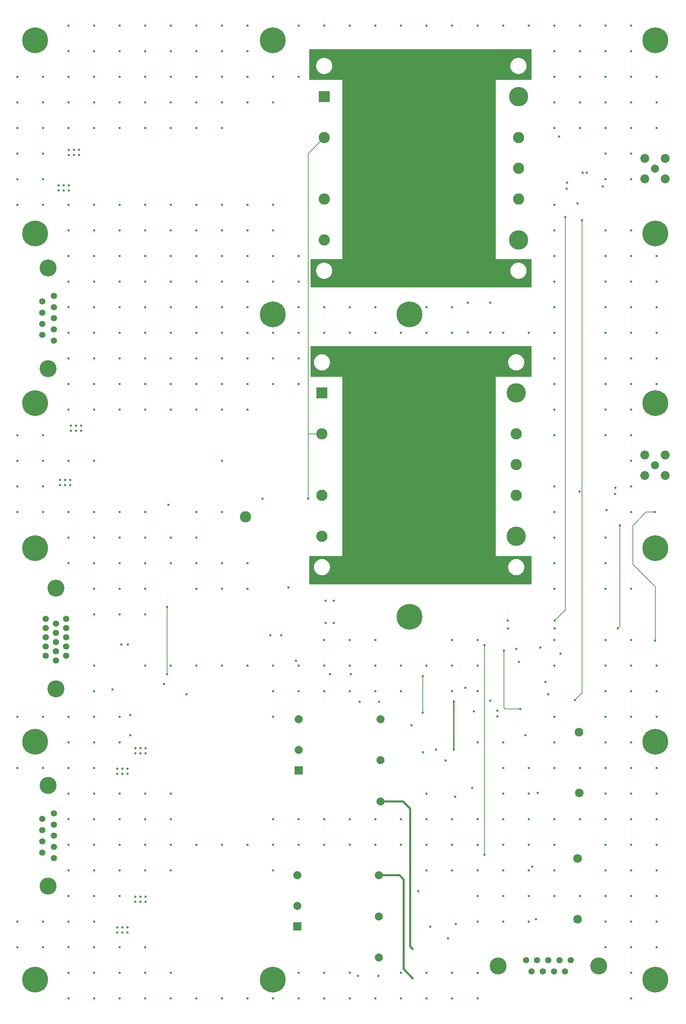
<source format=gbr>
%TF.GenerationSoftware,KiCad,Pcbnew,9.0.3*%
%TF.CreationDate,2025-09-16T12:32:26-04:00*%
%TF.ProjectId,CAEN_NEVIS_DAQ_PM5V,4341454e-5f4e-4455-9649-535f4441515f,rev?*%
%TF.SameCoordinates,Original*%
%TF.FileFunction,Copper,L7,Inr*%
%TF.FilePolarity,Positive*%
%FSLAX46Y46*%
G04 Gerber Fmt 4.6, Leading zero omitted, Abs format (unit mm)*
G04 Created by KiCad (PCBNEW 9.0.3) date 2025-09-16 12:32:26*
%MOMM*%
%LPD*%
G01*
G04 APERTURE LIST*
%TA.AperFunction,ComponentPad*%
%ADD10C,6.400000*%
%TD*%
%TA.AperFunction,ComponentPad*%
%ADD11C,2.159000*%
%TD*%
%TA.AperFunction,ComponentPad*%
%ADD12R,2.800000X2.800000*%
%TD*%
%TA.AperFunction,ComponentPad*%
%ADD13C,2.800000*%
%TD*%
%TA.AperFunction,ComponentPad*%
%ADD14C,4.800000*%
%TD*%
%TA.AperFunction,ComponentPad*%
%ADD15C,1.575000*%
%TD*%
%TA.AperFunction,ComponentPad*%
%ADD16C,4.216000*%
%TD*%
%TA.AperFunction,ComponentPad*%
%ADD17C,2.006600*%
%TD*%
%TA.AperFunction,ComponentPad*%
%ADD18C,2.209800*%
%TD*%
%TA.AperFunction,ComponentPad*%
%ADD19R,2.000000X2.000000*%
%TD*%
%TA.AperFunction,ComponentPad*%
%ADD20C,2.000000*%
%TD*%
%TA.AperFunction,ComponentPad*%
%ADD21C,1.560000*%
%TD*%
%TA.AperFunction,ViaPad*%
%ADD22C,0.600000*%
%TD*%
%TA.AperFunction,ViaPad*%
%ADD23C,1.200000*%
%TD*%
%TA.AperFunction,Conductor*%
%ADD24C,0.500000*%
%TD*%
%TA.AperFunction,Conductor*%
%ADD25C,0.300000*%
%TD*%
%TA.AperFunction,Conductor*%
%ADD26C,0.200000*%
%TD*%
G04 APERTURE END LIST*
D10*
%TO.N,GNDPWR*%
%TO.C,H13*%
X184000000Y-262000000D03*
%TD*%
%TO.N,GNDPWR*%
%TO.C,H6*%
X125000000Y-203000000D03*
%TD*%
%TO.N,GNDPWR*%
%TO.C,H14*%
X279000000Y-119000000D03*
%TD*%
%TO.N,GNDPWR*%
%TO.C,H4*%
X125000000Y-119000000D03*
%TD*%
D11*
%TO.N,Net-(M3-Pad3)*%
%TO.C,P4*%
X260040000Y-200620000D03*
%TD*%
D12*
%TO.N,Net-(U4-+VIN)*%
%TO.C,U4*%
X196235000Y-116540000D03*
D13*
%TO.N,/Main_DC-DC_Converters/Enable_CKT/Enable*%
X196235000Y-126700000D03*
%TO.N,GNDPWR*%
X196235000Y-141940000D03*
%TO.N,/Main_DC-DC_Converters/Enable_CKT/V_RTN*%
X196235000Y-152100000D03*
D14*
%TO.N,/M5V*%
X244485000Y-152100000D03*
D13*
X244485000Y-141940000D03*
%TO.N,unconnected-(U4-TRIM-Pad7)*%
X244485000Y-134320000D03*
%TO.N,/PM5_RTN*%
X244485000Y-126700000D03*
D14*
X244485000Y-116540000D03*
%TD*%
D11*
%TO.N,Net-(P2-Pad1)*%
%TO.C,P2*%
X259760000Y-247070000D03*
%TD*%
D15*
%TO.N,/Enable+*%
%TO.C,J1*%
X132710000Y-181730000D03*
%TO.N,/P5V_V_MON*%
X132710000Y-179440000D03*
%TO.N,unconnected-(J1-Pad3)*%
X132710000Y-177150000D03*
%TO.N,/M5V_I_MON*%
X132710000Y-174860000D03*
%TO.N,/P5V_I_MON*%
X132710000Y-172570000D03*
%TO.N,/Enable-*%
X130170000Y-182875000D03*
%TO.N,/PM5V_TELEM_RTN*%
X130170000Y-180585000D03*
%TO.N,/M5V_V_MON*%
X130170000Y-178295000D03*
%TO.N,/PM5V_TELEM_RTN*%
X130170000Y-176005000D03*
X130170000Y-173715000D03*
X127630000Y-181730000D03*
X127630000Y-179440000D03*
%TO.N,unconnected-(J1-Pad13)*%
X127630000Y-177150000D03*
%TO.N,/PM5V_TELEM_RTN*%
X127630000Y-174860000D03*
%TO.N,/TEMP_MON*%
X127630000Y-172570000D03*
D16*
%TO.N,GNDPWR*%
X130170000Y-164909000D03*
X130170000Y-189899000D03*
%TD*%
D13*
%TO.N,/Main_DC-DC_Converters/Enable_CKT/Enable*%
%TO.C,V_{EN}1*%
X177270000Y-147230000D03*
%TD*%
D10*
%TO.N,GNDPWR*%
%TO.C,H17*%
X218000000Y-172000000D03*
%TD*%
D17*
%TO.N,/M5V_OUT*%
%TO.C,J4*%
X278970000Y-134410000D03*
D18*
%TO.N,/PM5_RTN*%
X281510000Y-131870000D03*
X276430000Y-131870000D03*
X276430000Y-136950000D03*
X281510000Y-136950000D03*
%TD*%
D12*
%TO.N,Net-(U3-+VIN)*%
%TO.C,U3*%
X196795000Y-43017500D03*
D13*
%TO.N,/Main_DC-DC_Converters/Enable_CKT/Enable*%
X196795000Y-53177500D03*
%TO.N,GNDPWR*%
X196795000Y-68417500D03*
%TO.N,/Main_DC-DC_Converters/Main_Converter/V_RTN*%
X196795000Y-78577500D03*
D14*
%TO.N,/PM5_RTN*%
X245045000Y-78577500D03*
D13*
X245045000Y-68417500D03*
%TO.N,unconnected-(U3-TRIM-Pad7)*%
X245045000Y-60797500D03*
%TO.N,/P5V*%
X245045000Y-53177500D03*
D14*
X245045000Y-43017500D03*
%TD*%
D10*
%TO.N,GNDPWR*%
%TO.C,H11*%
X279000000Y-203000000D03*
%TD*%
D19*
%TO.N,/Telemetry_PWR/Telem_5V1/V_POS*%
%TO.C,U6*%
X190093750Y-248860000D03*
D20*
%TO.N,/Telemetry_PWR/Telem_5V1/V_RTN*%
X190093750Y-243760000D03*
%TO.N,/PM5V_TELEM_RTN*%
X210393750Y-256560000D03*
%TO.N,unconnected-(U6-TRIM-Pad4)*%
X210393750Y-246360000D03*
%TO.N,/M5V_TELEM*%
X210393750Y-236160000D03*
%TO.N,unconnected-(U6-REMOTE-Pad6)*%
X190093750Y-236160000D03*
%TD*%
D10*
%TO.N,GNDPWR*%
%TO.C,H3*%
X125000000Y-77000000D03*
%TD*%
%TO.N,GNDPWR*%
%TO.C,H5*%
X125000000Y-155000000D03*
%TD*%
%TO.N,GNDPWR*%
%TO.C,H1*%
X125000000Y-29000000D03*
%TD*%
%TO.N,GNDPWR*%
%TO.C,H16*%
X218000000Y-97000000D03*
%TD*%
%TO.N,GNDPWR*%
%TO.C,H8*%
X279000000Y-262000000D03*
%TD*%
D19*
%TO.N,/Telemetry_PWR/Telem_5V/V_POS*%
%TO.C,U5*%
X190492500Y-210130000D03*
D20*
%TO.N,/Telemetry_PWR/Telem_5V/V_RTN*%
X190492500Y-205030000D03*
%TO.N,/P5V_TELEM*%
X210792500Y-217830000D03*
%TO.N,unconnected-(U5-TRIM-Pad4)*%
X210792500Y-207630000D03*
%TO.N,/PM5V_TELEM_RTN*%
X210792500Y-197430000D03*
%TO.N,unconnected-(U5-REMOTE-Pad6)*%
X190492500Y-197430000D03*
%TD*%
D10*
%TO.N,GNDPWR*%
%TO.C,H15*%
X184000000Y-29000000D03*
%TD*%
%TO.N,GNDPWR*%
%TO.C,H7*%
X125000000Y-262000000D03*
%TD*%
%TO.N,GNDPWR*%
%TO.C,H10*%
X184000000Y-97000000D03*
%TD*%
%TO.N,GNDPWR*%
%TO.C,H12*%
X279000000Y-77000000D03*
%TD*%
D21*
%TO.N,/M5V_TELEM*%
%TO.C,J6*%
X246915000Y-257210000D03*
X249685000Y-257210000D03*
%TO.N,unconnected-(J6-Pad3)*%
X252455000Y-257210000D03*
%TO.N,/P5V_TELEM*%
X255225000Y-257210000D03*
X257995000Y-257210000D03*
%TO.N,/PM5V_TELEM_RTN*%
X248300000Y-260050000D03*
X251070000Y-260050000D03*
X253840000Y-260050000D03*
X256610000Y-260050000D03*
D16*
%TO.N,GNDPWR*%
X239955000Y-258630000D03*
X264955000Y-258630000D03*
%TD*%
D11*
%TO.N,Net-(M4-Pad3)*%
%TO.C,P1*%
X259680000Y-231950000D03*
%TD*%
D17*
%TO.N,/P5V_OUT*%
%TO.C,J5*%
X278970000Y-60900000D03*
D18*
%TO.N,/PM5_RTN*%
X281510000Y-58360000D03*
X276430000Y-58360000D03*
X276430000Y-63440000D03*
X281510000Y-63440000D03*
%TD*%
D21*
%TO.N,/V_SEC_RTN*%
%TO.C,J2*%
X129660000Y-92440000D03*
X129660000Y-95210000D03*
%TO.N,unconnected-(J2-Pad3)*%
X129660000Y-97980000D03*
%TO.N,/V_SEC_RTN*%
X129660000Y-100750000D03*
X129660000Y-103520000D03*
%TO.N,/V_SEC_IN*%
X126820000Y-93825000D03*
X126820000Y-96595000D03*
X126820000Y-99365000D03*
X126820000Y-102135000D03*
D16*
%TO.N,GNDPWR*%
X128240000Y-85480000D03*
X128240000Y-110480000D03*
%TD*%
D10*
%TO.N,GNDPWR*%
%TO.C,H9*%
X279000000Y-155000000D03*
%TD*%
D21*
%TO.N,/V_TELEM_RTN*%
%TO.C,J3*%
X129660000Y-220810000D03*
X129660000Y-223580000D03*
%TO.N,unconnected-(J3-Pad3)*%
X129660000Y-226350000D03*
%TO.N,/V_TELEM_RTN*%
X129660000Y-229120000D03*
X129660000Y-231890000D03*
%TO.N,/V_TELEM_IN*%
X126820000Y-222195000D03*
X126820000Y-224965000D03*
X126820000Y-227735000D03*
X126820000Y-230505000D03*
D16*
%TO.N,GNDPWR*%
X128240000Y-213850000D03*
X128240000Y-238850000D03*
%TD*%
D11*
%TO.N,Net-(P3-Pad1)*%
%TO.C,P3*%
X260100000Y-215770000D03*
%TD*%
D10*
%TO.N,GNDPWR*%
%TO.C,H2*%
X279000000Y-29000000D03*
%TD*%
D22*
%TO.N,/V_TELEM_IN*%
X162580000Y-191275000D03*
X147975000Y-250330000D03*
X146705000Y-250330000D03*
X145435000Y-249060000D03*
X147975000Y-209690000D03*
X145435000Y-210960000D03*
X146705000Y-209690000D03*
X146705000Y-249060000D03*
X148640000Y-196410000D03*
X146705000Y-210960000D03*
X147975000Y-210960000D03*
X145435000Y-209690000D03*
X145435000Y-250330000D03*
X147975000Y-249060000D03*
%TO.N,/V_TELEM_RTN*%
X266700000Y-234950000D03*
X171450000Y-228600000D03*
X279400000Y-184150000D03*
X139700000Y-222250000D03*
X133350000Y-241300000D03*
X139700000Y-228600000D03*
X234950000Y-234950000D03*
X241300000Y-209550000D03*
X196850000Y-228600000D03*
X228600000Y-190500000D03*
X254000000Y-184150000D03*
X222250000Y-184150000D03*
X139700000Y-190500000D03*
X133350000Y-209550000D03*
X133350000Y-215900000D03*
X127000000Y-247650000D03*
X127000000Y-196850000D03*
X139700000Y-196850000D03*
X260350000Y-241300000D03*
X149880000Y-241440000D03*
X171450000Y-266700000D03*
X241300000Y-241300000D03*
X151150000Y-241440000D03*
X152400000Y-254000000D03*
X157040000Y-188760000D03*
X120650000Y-209550000D03*
X120650000Y-254000000D03*
X152400000Y-266700000D03*
X133350000Y-254000000D03*
X184150000Y-222250000D03*
X234950000Y-177800000D03*
X139700000Y-260350000D03*
X247650000Y-234950000D03*
X152420000Y-242710000D03*
X215900000Y-260350000D03*
X241300000Y-222250000D03*
X209550000Y-190500000D03*
X209550000Y-266700000D03*
X165100000Y-266700000D03*
X139700000Y-241300000D03*
X177800000Y-228600000D03*
X203200000Y-222250000D03*
X241300000Y-228600000D03*
X146050000Y-241300000D03*
X149880000Y-242710000D03*
X247650000Y-247650000D03*
X190500000Y-190500000D03*
X266700000Y-190500000D03*
X152400000Y-234950000D03*
X266700000Y-215900000D03*
X241300000Y-234950000D03*
X152420000Y-205880000D03*
X273050000Y-266700000D03*
X266700000Y-228600000D03*
X273050000Y-215900000D03*
X171450000Y-184150000D03*
X247650000Y-241300000D03*
X139700000Y-203200000D03*
X273050000Y-234950000D03*
X279400000Y-228600000D03*
X209550000Y-228600000D03*
X273050000Y-209550000D03*
X127000000Y-254000000D03*
X165100000Y-228600000D03*
X215900000Y-266700000D03*
X190500000Y-184150000D03*
X146050000Y-222250000D03*
X120650000Y-196850000D03*
X139700000Y-234950000D03*
X215900000Y-190500000D03*
X273050000Y-247650000D03*
X203200000Y-260350000D03*
X228600000Y-234950000D03*
X152400000Y-222250000D03*
X127000000Y-209550000D03*
X241300000Y-215900000D03*
X144220000Y-190100000D03*
X266700000Y-254000000D03*
X215900000Y-184150000D03*
X152400000Y-228600000D03*
X279400000Y-209550000D03*
X273050000Y-177800000D03*
X247650000Y-228600000D03*
X149880000Y-205880000D03*
X152400000Y-171450000D03*
X209550000Y-177800000D03*
X158750000Y-215900000D03*
X273050000Y-203200000D03*
X234950000Y-203200000D03*
X266700000Y-222250000D03*
X215900000Y-228600000D03*
X279400000Y-254000000D03*
X234950000Y-184150000D03*
X279400000Y-190500000D03*
X189770000Y-182940000D03*
X203200000Y-184150000D03*
X177800000Y-184150000D03*
X158750000Y-260350000D03*
X234950000Y-190500000D03*
X152400000Y-260350000D03*
X273050000Y-228600000D03*
X228600000Y-228600000D03*
X266700000Y-177800000D03*
X228600000Y-177800000D03*
X260350000Y-209550000D03*
X146050000Y-260350000D03*
X234950000Y-222250000D03*
X139700000Y-215900000D03*
X184150000Y-196850000D03*
X273050000Y-222250000D03*
X279400000Y-247650000D03*
X273050000Y-184150000D03*
X266700000Y-203200000D03*
X228600000Y-222250000D03*
X247650000Y-222250000D03*
X148670000Y-201420000D03*
X139700000Y-247650000D03*
X146050000Y-196850000D03*
X215900000Y-222250000D03*
X196850000Y-190500000D03*
X152400000Y-165100000D03*
X146050000Y-215900000D03*
X146050000Y-203200000D03*
X279400000Y-196850000D03*
X266700000Y-209550000D03*
X247650000Y-215900000D03*
X133350000Y-228600000D03*
X203200000Y-228600000D03*
X279400000Y-222250000D03*
X151150000Y-205880000D03*
X149880000Y-204610000D03*
X234950000Y-266700000D03*
X254000000Y-203200000D03*
X234950000Y-228600000D03*
X241300000Y-203200000D03*
X273050000Y-254000000D03*
X133350000Y-266700000D03*
X133350000Y-260350000D03*
X146409999Y-178886200D03*
X152400000Y-215900000D03*
X158750000Y-184150000D03*
X266700000Y-196850000D03*
X139700000Y-254000000D03*
X158750000Y-222250000D03*
X139700000Y-171450000D03*
X254000000Y-241300000D03*
X152420000Y-204610000D03*
X241300000Y-247650000D03*
X273050000Y-196850000D03*
X199180000Y-173590000D03*
X266700000Y-184150000D03*
X146050000Y-254000000D03*
X133350000Y-234950000D03*
X279400000Y-234950000D03*
X222250000Y-222250000D03*
X266700000Y-241300000D03*
X234950000Y-241300000D03*
X228600000Y-266700000D03*
X279400000Y-215900000D03*
X158750000Y-234950000D03*
X273050000Y-260350000D03*
X222250000Y-228600000D03*
X133350000Y-222250000D03*
X254000000Y-228600000D03*
X133350000Y-196850000D03*
X190500000Y-266700000D03*
X196850000Y-184150000D03*
X222250000Y-215900000D03*
X146050000Y-171450000D03*
X222250000Y-234950000D03*
X158750000Y-266700000D03*
X247650000Y-209550000D03*
X190500000Y-260350000D03*
X184150000Y-266700000D03*
X203200000Y-177800000D03*
X203200000Y-190500000D03*
X228600000Y-184150000D03*
X234950000Y-260350000D03*
X165100000Y-184150000D03*
X152420000Y-241440000D03*
X254000000Y-177800000D03*
X151150000Y-204610000D03*
X222250000Y-266700000D03*
X146050000Y-234950000D03*
X139700000Y-209550000D03*
X197180000Y-173590000D03*
X152400000Y-184150000D03*
X184150000Y-190500000D03*
X120650000Y-247650000D03*
X254000000Y-222250000D03*
X177800000Y-266700000D03*
X228600000Y-260350000D03*
X273050000Y-190500000D03*
X190500000Y-228600000D03*
X209550000Y-222250000D03*
X146050000Y-228600000D03*
X184150000Y-228600000D03*
X203200000Y-266700000D03*
X146050000Y-266700000D03*
X146050000Y-165100000D03*
X279400000Y-241300000D03*
X196850000Y-266700000D03*
X158750000Y-228600000D03*
X133350000Y-247650000D03*
X266700000Y-247650000D03*
X196850000Y-177800000D03*
X190500000Y-222250000D03*
X139700000Y-266700000D03*
X273050000Y-241300000D03*
X139700000Y-165100000D03*
X209550000Y-184150000D03*
X196850000Y-222250000D03*
X184150000Y-234950000D03*
X196850000Y-260350000D03*
X139700000Y-184150000D03*
X222250000Y-260350000D03*
X254000000Y-196850000D03*
X254000000Y-234950000D03*
X151150000Y-242710000D03*
X254000000Y-209550000D03*
X234950000Y-247650000D03*
X260350000Y-222250000D03*
X184150000Y-184150000D03*
X133350000Y-203200000D03*
%TO.N,/Main_DC-DC_Converters/V3p3*%
X148059999Y-178866200D03*
D23*
%TO.N,GNDPWR*%
X203220000Y-86500000D03*
X215920000Y-56020000D03*
X218460000Y-68720000D03*
X238780000Y-162700000D03*
X208300000Y-122060000D03*
X205760000Y-150000000D03*
X231160000Y-124600000D03*
X236240000Y-66180000D03*
X213380000Y-137300000D03*
X233700000Y-86500000D03*
X203220000Y-58560000D03*
X205760000Y-124600000D03*
X223540000Y-127140000D03*
X241320000Y-109360000D03*
X210840000Y-137300000D03*
X203220000Y-68720000D03*
X223540000Y-86500000D03*
X218460000Y-35700000D03*
X236240000Y-78880000D03*
X231160000Y-106820000D03*
X226080000Y-83960000D03*
X223540000Y-160160000D03*
X218460000Y-109360000D03*
X236240000Y-61100000D03*
X215920000Y-53480000D03*
X203220000Y-122060000D03*
X215920000Y-40780000D03*
X218460000Y-147460000D03*
X210840000Y-33160000D03*
X221000000Y-116980000D03*
X226080000Y-142380000D03*
X223540000Y-35700000D03*
X236240000Y-157620000D03*
X205760000Y-56020000D03*
X221000000Y-114440000D03*
X218460000Y-157620000D03*
X231160000Y-111900000D03*
X233700000Y-63640000D03*
X210840000Y-63640000D03*
X210840000Y-56020000D03*
X226080000Y-43320000D03*
X226080000Y-48400000D03*
X208300000Y-127140000D03*
X221000000Y-56020000D03*
X221000000Y-127140000D03*
X205760000Y-50940000D03*
X226080000Y-114440000D03*
X221000000Y-61100000D03*
X210840000Y-150000000D03*
X203220000Y-89040000D03*
X213380000Y-48400000D03*
X210840000Y-152540000D03*
X215920000Y-122060000D03*
X208300000Y-162700000D03*
X233700000Y-152540000D03*
X208300000Y-58560000D03*
X221000000Y-124600000D03*
X233700000Y-142380000D03*
X226080000Y-73800000D03*
X203220000Y-56020000D03*
X228620000Y-43320000D03*
X231160000Y-58560000D03*
X233700000Y-38240000D03*
X205760000Y-122060000D03*
X226080000Y-50940000D03*
X210840000Y-142380000D03*
D22*
X232480000Y-101510000D03*
D23*
X210840000Y-144920000D03*
X231160000Y-81420000D03*
X205760000Y-73800000D03*
X213380000Y-68720000D03*
X205760000Y-152540000D03*
X236240000Y-127140000D03*
X226080000Y-53480000D03*
X236240000Y-86500000D03*
X231160000Y-48400000D03*
X205760000Y-33160000D03*
X208300000Y-73800000D03*
X241320000Y-162700000D03*
X208300000Y-147460000D03*
X203220000Y-124600000D03*
X213380000Y-71260000D03*
X238780000Y-106820000D03*
X233700000Y-109360000D03*
X233700000Y-111900000D03*
X205760000Y-61100000D03*
X215920000Y-33160000D03*
X215920000Y-63640000D03*
X223540000Y-162700000D03*
X210840000Y-134760000D03*
X221000000Y-111900000D03*
X226080000Y-61100000D03*
X208300000Y-160160000D03*
X218460000Y-66180000D03*
X221000000Y-68720000D03*
X215920000Y-155080000D03*
X208300000Y-33160000D03*
X208300000Y-66180000D03*
X205760000Y-137300000D03*
X205760000Y-58560000D03*
X208300000Y-114440000D03*
X221000000Y-86500000D03*
X228620000Y-124600000D03*
X218460000Y-122060000D03*
X218460000Y-160160000D03*
X215920000Y-50940000D03*
X233700000Y-73800000D03*
X223540000Y-68720000D03*
X215920000Y-83960000D03*
X203220000Y-45860000D03*
X238780000Y-35700000D03*
X226080000Y-147460000D03*
X215920000Y-38240000D03*
X223540000Y-58560000D03*
X233700000Y-78880000D03*
X236240000Y-111900000D03*
X226080000Y-162700000D03*
X236240000Y-38240000D03*
X231160000Y-139840000D03*
X213380000Y-152540000D03*
X236240000Y-129680000D03*
X226080000Y-35700000D03*
X228620000Y-68720000D03*
X226080000Y-139840000D03*
X221000000Y-119520000D03*
X231160000Y-157620000D03*
X231160000Y-132220000D03*
X223540000Y-152540000D03*
D22*
X232480000Y-94120000D03*
D23*
X228620000Y-155080000D03*
X215920000Y-58560000D03*
X231160000Y-61100000D03*
X228620000Y-48400000D03*
X208300000Y-45860000D03*
X210840000Y-157620000D03*
X210840000Y-129680000D03*
X231160000Y-162700000D03*
X205760000Y-83960000D03*
X226080000Y-71260000D03*
X238780000Y-86500000D03*
X228620000Y-129680000D03*
X203220000Y-35700000D03*
X236240000Y-139840000D03*
X223540000Y-137300000D03*
X228620000Y-119520000D03*
X203220000Y-157620000D03*
X221000000Y-132220000D03*
X231160000Y-155080000D03*
X221000000Y-160160000D03*
X223540000Y-124600000D03*
X200680000Y-86500000D03*
X223540000Y-132220000D03*
X203220000Y-33160000D03*
X233700000Y-33160000D03*
X223540000Y-81420000D03*
X226080000Y-66180000D03*
X213380000Y-86500000D03*
X233700000Y-162700000D03*
X210840000Y-124600000D03*
X210840000Y-61100000D03*
X231160000Y-33160000D03*
X226080000Y-155080000D03*
X228620000Y-86500000D03*
X223540000Y-157620000D03*
X231160000Y-86500000D03*
X228620000Y-81420000D03*
X231160000Y-116980000D03*
X218460000Y-127140000D03*
X205760000Y-35700000D03*
X210840000Y-147460000D03*
X215920000Y-142380000D03*
X228620000Y-66180000D03*
X215920000Y-86500000D03*
X231160000Y-76340000D03*
X210840000Y-48400000D03*
X203220000Y-147460000D03*
X200680000Y-89040000D03*
X226080000Y-137300000D03*
X226080000Y-127140000D03*
X213380000Y-127140000D03*
X231160000Y-114440000D03*
X203220000Y-155080000D03*
X203220000Y-144920000D03*
X218460000Y-116980000D03*
X233700000Y-106820000D03*
X215920000Y-137300000D03*
X215920000Y-43320000D03*
X241320000Y-33160000D03*
X233700000Y-144920000D03*
X208300000Y-142380000D03*
X213380000Y-63640000D03*
X210840000Y-162700000D03*
X205760000Y-76340000D03*
X221000000Y-48400000D03*
X223540000Y-144920000D03*
X213380000Y-45860000D03*
X213380000Y-89040000D03*
X210840000Y-155080000D03*
X241320000Y-106820000D03*
X226080000Y-122060000D03*
X213380000Y-61100000D03*
X208300000Y-152540000D03*
X205760000Y-144920000D03*
X233700000Y-127140000D03*
X218460000Y-58560000D03*
X233700000Y-61100000D03*
X218460000Y-119520000D03*
X221000000Y-155080000D03*
X221000000Y-50940000D03*
X223540000Y-45860000D03*
X208300000Y-50940000D03*
X213380000Y-111900000D03*
X203220000Y-127140000D03*
X210840000Y-114440000D03*
X233700000Y-137300000D03*
X233700000Y-43320000D03*
X213380000Y-33160000D03*
X236240000Y-160160000D03*
X205760000Y-106820000D03*
X231160000Y-78880000D03*
X236240000Y-76340000D03*
X215920000Y-48400000D03*
X238780000Y-89040000D03*
X226080000Y-160160000D03*
X205760000Y-45860000D03*
X233700000Y-155080000D03*
X205760000Y-68720000D03*
X210840000Y-89040000D03*
X210840000Y-78880000D03*
X215920000Y-89040000D03*
X233700000Y-45860000D03*
X205760000Y-160160000D03*
X203220000Y-83960000D03*
X203220000Y-139840000D03*
X221000000Y-43320000D03*
X208300000Y-68720000D03*
X215920000Y-124600000D03*
X205760000Y-155080000D03*
X205760000Y-134760000D03*
X208300000Y-124600000D03*
X218460000Y-152540000D03*
X236240000Y-33160000D03*
X218460000Y-71260000D03*
X203220000Y-137300000D03*
X205760000Y-111900000D03*
X213380000Y-66180000D03*
X226080000Y-89040000D03*
X205760000Y-63640000D03*
X233700000Y-122060000D03*
X218460000Y-150000000D03*
X210840000Y-38240000D03*
X205760000Y-53480000D03*
X203220000Y-114440000D03*
X203220000Y-66180000D03*
X231160000Y-38240000D03*
X218460000Y-111900000D03*
X236240000Y-63640000D03*
X226080000Y-116980000D03*
X210840000Y-40780000D03*
X205760000Y-127140000D03*
X213380000Y-144920000D03*
X221000000Y-106820000D03*
X203220000Y-134760000D03*
X218460000Y-53480000D03*
X203220000Y-53480000D03*
X200680000Y-162700000D03*
X208300000Y-157620000D03*
D22*
X205190000Y-261150000D03*
D23*
X218460000Y-144920000D03*
X226080000Y-45860000D03*
X213380000Y-150000000D03*
X228620000Y-63640000D03*
X233700000Y-116980000D03*
X215920000Y-81420000D03*
X228620000Y-61100000D03*
X218460000Y-61100000D03*
X226080000Y-86500000D03*
X236240000Y-116980000D03*
X223540000Y-38240000D03*
X208300000Y-129680000D03*
X226080000Y-150000000D03*
X200680000Y-109360000D03*
X221000000Y-66180000D03*
X213380000Y-132220000D03*
X210840000Y-139840000D03*
X223540000Y-71260000D03*
X215920000Y-129680000D03*
X228620000Y-33160000D03*
X208300000Y-116980000D03*
X236240000Y-132220000D03*
X238780000Y-160160000D03*
X236240000Y-155080000D03*
X203220000Y-142380000D03*
X223540000Y-155080000D03*
X228620000Y-50940000D03*
X218460000Y-162700000D03*
X221000000Y-144920000D03*
X233700000Y-81420000D03*
X208300000Y-78880000D03*
X205760000Y-129680000D03*
X218460000Y-33160000D03*
X231160000Y-45860000D03*
X205760000Y-48400000D03*
X223540000Y-53480000D03*
X223540000Y-106820000D03*
X218460000Y-56020000D03*
X213380000Y-157620000D03*
X228620000Y-160160000D03*
X236240000Y-35700000D03*
X236240000Y-106820000D03*
X236240000Y-144920000D03*
X208300000Y-111900000D03*
X215920000Y-109360000D03*
X233700000Y-124600000D03*
X215920000Y-119520000D03*
X210840000Y-127140000D03*
X233700000Y-53480000D03*
X233700000Y-157620000D03*
X208300000Y-139840000D03*
X203220000Y-162700000D03*
X236240000Y-119520000D03*
X228620000Y-78880000D03*
X213380000Y-155080000D03*
X203220000Y-63640000D03*
X213380000Y-76340000D03*
X236240000Y-48400000D03*
X241320000Y-86500000D03*
X228620000Y-122060000D03*
X236240000Y-83960000D03*
X233700000Y-76340000D03*
X228620000Y-56020000D03*
X233700000Y-48400000D03*
X215920000Y-144920000D03*
X205760000Y-86500000D03*
X223540000Y-33160000D03*
X228620000Y-83960000D03*
X236240000Y-68720000D03*
X213380000Y-116980000D03*
X210840000Y-106820000D03*
X210840000Y-53480000D03*
X213380000Y-73800000D03*
X215920000Y-132220000D03*
X221000000Y-137300000D03*
X233700000Y-66180000D03*
X213380000Y-162700000D03*
X231160000Y-53480000D03*
X203220000Y-132220000D03*
X228620000Y-150000000D03*
X221000000Y-53480000D03*
X228620000Y-157620000D03*
X203220000Y-78880000D03*
X218460000Y-63640000D03*
X236240000Y-162700000D03*
X215920000Y-71260000D03*
X236240000Y-89040000D03*
X210840000Y-116980000D03*
X215920000Y-127140000D03*
X221000000Y-78880000D03*
X236240000Y-134760000D03*
X221000000Y-45860000D03*
X205760000Y-109360000D03*
X228620000Y-89040000D03*
X221000000Y-89040000D03*
X215920000Y-116980000D03*
X213380000Y-129680000D03*
X236240000Y-58560000D03*
X203220000Y-61100000D03*
X208300000Y-150000000D03*
X223540000Y-142380000D03*
X226080000Y-78880000D03*
X218460000Y-43320000D03*
X208300000Y-109360000D03*
X233700000Y-83960000D03*
X208300000Y-155080000D03*
X205760000Y-71260000D03*
X223540000Y-89040000D03*
X223540000Y-63640000D03*
X223540000Y-56020000D03*
X205760000Y-142380000D03*
X208300000Y-83960000D03*
X228620000Y-40780000D03*
X226080000Y-129680000D03*
X241320000Y-35700000D03*
X208300000Y-89040000D03*
X213380000Y-83960000D03*
X205760000Y-43320000D03*
X231160000Y-89040000D03*
X210840000Y-132220000D03*
X218460000Y-50940000D03*
X205760000Y-40780000D03*
X213380000Y-106820000D03*
X223540000Y-66180000D03*
X223540000Y-114440000D03*
X233700000Y-119520000D03*
X228620000Y-53480000D03*
X236240000Y-124600000D03*
X203220000Y-43320000D03*
X213380000Y-134760000D03*
X221000000Y-38240000D03*
X226080000Y-106820000D03*
X226080000Y-58560000D03*
X203220000Y-111900000D03*
X231160000Y-56020000D03*
X226080000Y-38240000D03*
X218460000Y-134760000D03*
X233700000Y-35700000D03*
X233700000Y-160160000D03*
X203220000Y-71260000D03*
X208300000Y-61100000D03*
X208300000Y-56020000D03*
X233700000Y-147460000D03*
X218460000Y-45860000D03*
X236240000Y-147460000D03*
X210840000Y-66180000D03*
X241320000Y-160160000D03*
X203220000Y-48400000D03*
X228620000Y-76340000D03*
X203220000Y-81420000D03*
X210840000Y-109360000D03*
X226080000Y-157620000D03*
X226080000Y-63640000D03*
X221000000Y-81420000D03*
X215920000Y-147460000D03*
X231160000Y-134760000D03*
X231160000Y-122060000D03*
X215920000Y-61100000D03*
X223540000Y-76340000D03*
X236240000Y-40780000D03*
X226080000Y-76340000D03*
X218460000Y-83960000D03*
X200680000Y-106820000D03*
X203220000Y-160160000D03*
X208300000Y-144920000D03*
X218460000Y-129680000D03*
X228620000Y-127140000D03*
X213380000Y-119520000D03*
X221000000Y-142380000D03*
X231160000Y-43320000D03*
X228620000Y-58560000D03*
D22*
X205620000Y-193120000D03*
D23*
X205760000Y-116980000D03*
X210840000Y-71260000D03*
X213380000Y-50940000D03*
X218460000Y-40780000D03*
X223540000Y-139840000D03*
X208300000Y-76340000D03*
X231160000Y-129680000D03*
X226080000Y-144920000D03*
X215920000Y-114440000D03*
X213380000Y-81420000D03*
X223540000Y-40780000D03*
X213380000Y-43320000D03*
X236240000Y-81420000D03*
X223540000Y-134760000D03*
X228620000Y-109360000D03*
X218460000Y-132220000D03*
X213380000Y-109360000D03*
X200680000Y-160160000D03*
X221000000Y-73800000D03*
X208300000Y-132220000D03*
X228620000Y-114440000D03*
X213380000Y-160160000D03*
X236240000Y-109360000D03*
X203220000Y-106820000D03*
X213380000Y-124600000D03*
X210840000Y-119520000D03*
X218460000Y-142380000D03*
X210840000Y-50940000D03*
X236240000Y-56020000D03*
X226080000Y-134760000D03*
X223540000Y-48400000D03*
X218460000Y-73800000D03*
X226080000Y-33160000D03*
X203220000Y-76340000D03*
X218460000Y-155080000D03*
X228620000Y-73800000D03*
X210840000Y-160160000D03*
X233700000Y-71260000D03*
X226080000Y-68720000D03*
X223540000Y-43320000D03*
X221000000Y-63640000D03*
X208300000Y-119520000D03*
X231160000Y-109360000D03*
X203220000Y-109360000D03*
X223540000Y-61100000D03*
X215920000Y-162700000D03*
X218460000Y-114440000D03*
X208300000Y-86500000D03*
X210840000Y-35700000D03*
X233700000Y-68720000D03*
X223540000Y-122060000D03*
X231160000Y-68720000D03*
X233700000Y-89040000D03*
X223540000Y-83960000D03*
X223540000Y-147460000D03*
X218460000Y-81420000D03*
X233700000Y-139840000D03*
X208300000Y-106820000D03*
X208300000Y-40780000D03*
X223540000Y-150000000D03*
X226080000Y-152540000D03*
X205760000Y-147460000D03*
X223540000Y-109360000D03*
X208300000Y-81420000D03*
X203220000Y-38240000D03*
X203220000Y-152540000D03*
X223540000Y-111900000D03*
X233700000Y-56020000D03*
X221000000Y-58560000D03*
X233700000Y-150000000D03*
X228620000Y-132220000D03*
X228620000Y-106820000D03*
X215920000Y-78880000D03*
X228620000Y-45860000D03*
X205760000Y-81420000D03*
X226080000Y-132220000D03*
X236240000Y-73800000D03*
X215920000Y-150000000D03*
X231160000Y-40780000D03*
X231160000Y-66180000D03*
X241320000Y-89040000D03*
X236240000Y-142380000D03*
X231160000Y-152540000D03*
X221000000Y-71260000D03*
X223540000Y-78880000D03*
X236240000Y-152540000D03*
X218460000Y-76340000D03*
X231160000Y-127140000D03*
X213380000Y-122060000D03*
X221000000Y-157620000D03*
X205760000Y-162700000D03*
X208300000Y-48400000D03*
X238780000Y-109360000D03*
X233700000Y-50940000D03*
X215920000Y-152540000D03*
X226080000Y-124600000D03*
X213380000Y-78880000D03*
X218460000Y-106820000D03*
X210840000Y-81420000D03*
X233700000Y-58560000D03*
X228620000Y-137300000D03*
X210840000Y-43320000D03*
X228620000Y-144920000D03*
X231160000Y-160160000D03*
X228620000Y-152540000D03*
X221000000Y-139840000D03*
X228620000Y-35700000D03*
X231160000Y-137300000D03*
X228620000Y-142380000D03*
X210840000Y-68720000D03*
X213380000Y-58560000D03*
X226080000Y-40780000D03*
X210840000Y-73800000D03*
X221000000Y-152540000D03*
X215920000Y-73800000D03*
X208300000Y-63640000D03*
X205760000Y-132220000D03*
X228620000Y-134760000D03*
X223540000Y-73800000D03*
X236240000Y-114440000D03*
X221000000Y-162700000D03*
X213380000Y-40780000D03*
X218460000Y-38240000D03*
X221000000Y-40780000D03*
X200680000Y-33160000D03*
X208300000Y-35700000D03*
X208300000Y-43320000D03*
X218460000Y-89040000D03*
X208300000Y-134760000D03*
X221000000Y-147460000D03*
X223540000Y-119520000D03*
X210840000Y-122060000D03*
X228620000Y-162700000D03*
X236240000Y-71260000D03*
X231160000Y-71260000D03*
X215920000Y-68720000D03*
X231160000Y-73800000D03*
X210840000Y-83960000D03*
X210840000Y-45860000D03*
X215920000Y-35700000D03*
X218460000Y-124600000D03*
X210840000Y-86500000D03*
X205760000Y-66180000D03*
X205760000Y-119520000D03*
X221000000Y-83960000D03*
X213380000Y-147460000D03*
X205760000Y-38240000D03*
X215920000Y-160160000D03*
X226080000Y-119520000D03*
X231160000Y-144920000D03*
X226080000Y-111900000D03*
X233700000Y-132220000D03*
X221000000Y-33160000D03*
X218460000Y-86500000D03*
X221000000Y-129680000D03*
X226080000Y-81420000D03*
X231160000Y-63640000D03*
X236240000Y-45860000D03*
X213380000Y-53480000D03*
X205760000Y-78880000D03*
X203220000Y-73800000D03*
X203220000Y-40780000D03*
X205760000Y-157620000D03*
X236240000Y-122060000D03*
X215920000Y-139840000D03*
X213380000Y-114440000D03*
X223540000Y-129680000D03*
X221000000Y-134760000D03*
X228620000Y-71260000D03*
X233700000Y-129680000D03*
X228620000Y-38240000D03*
X218460000Y-137300000D03*
X215920000Y-45860000D03*
X210840000Y-111900000D03*
X236240000Y-50940000D03*
X228620000Y-111900000D03*
X221000000Y-35700000D03*
X233700000Y-134760000D03*
X228620000Y-116980000D03*
X215920000Y-111900000D03*
X236240000Y-43320000D03*
X215920000Y-157620000D03*
X213380000Y-139840000D03*
X215920000Y-106820000D03*
X236240000Y-53480000D03*
X226080000Y-109360000D03*
X215920000Y-134760000D03*
X205760000Y-89040000D03*
X231160000Y-147460000D03*
X208300000Y-53480000D03*
X236240000Y-137300000D03*
X208300000Y-38240000D03*
X223540000Y-50940000D03*
X205760000Y-114440000D03*
X221000000Y-76340000D03*
X213380000Y-35700000D03*
X210840000Y-58560000D03*
X223540000Y-116980000D03*
X205760000Y-139840000D03*
X238780000Y-33160000D03*
X236240000Y-150000000D03*
X213380000Y-56020000D03*
X208300000Y-137300000D03*
X233700000Y-114440000D03*
X200680000Y-35700000D03*
X213380000Y-142380000D03*
X203220000Y-116980000D03*
X221000000Y-150000000D03*
X231160000Y-142380000D03*
X218460000Y-139840000D03*
X231160000Y-83960000D03*
X228620000Y-139840000D03*
X203220000Y-119520000D03*
X233700000Y-40780000D03*
X231160000Y-150000000D03*
X218460000Y-48400000D03*
X203220000Y-50940000D03*
X226080000Y-56020000D03*
X210840000Y-76340000D03*
X208300000Y-71260000D03*
X203220000Y-150000000D03*
X215920000Y-66180000D03*
X215920000Y-76340000D03*
X231160000Y-119520000D03*
X218460000Y-78880000D03*
X221000000Y-122060000D03*
X231160000Y-50940000D03*
X203220000Y-129680000D03*
X213380000Y-38240000D03*
X221000000Y-109360000D03*
X228620000Y-147460000D03*
X231160000Y-35700000D03*
D22*
%TO.N,/PM5_RTN*%
X255160000Y-52920000D03*
X238050000Y-101540000D03*
X238020000Y-94120000D03*
%TO.N,/V_SEC_RTN*%
X171450000Y-114300000D03*
X273050000Y-133350000D03*
X171450000Y-25400000D03*
X171450000Y-101600000D03*
X139700000Y-114300000D03*
X152400000Y-82550000D03*
X127000000Y-63500000D03*
X158750000Y-120650000D03*
X158750000Y-25400000D03*
X254000000Y-82550000D03*
X133350000Y-107950000D03*
X254000000Y-88900000D03*
X177800000Y-38100000D03*
X177800000Y-158750000D03*
X120650000Y-69850000D03*
X273050000Y-44450000D03*
X266700000Y-38100000D03*
X120650000Y-44450000D03*
X152400000Y-95250000D03*
X158750000Y-114300000D03*
X197170000Y-168040000D03*
X222250000Y-95250000D03*
X171450000Y-76200000D03*
X241300000Y-101600000D03*
X139700000Y-44450000D03*
X279400000Y-107950000D03*
X146050000Y-69850000D03*
X254000000Y-76200000D03*
X165100000Y-107950000D03*
X139700000Y-38100000D03*
X165100000Y-165100000D03*
X184150000Y-44450000D03*
X135920000Y-56240000D03*
X273050000Y-31750000D03*
X190500000Y-101600000D03*
X146050000Y-38100000D03*
X184150000Y-101600000D03*
X190500000Y-107950000D03*
X228600000Y-101600000D03*
X254000000Y-38100000D03*
X273050000Y-88900000D03*
X209550000Y-95250000D03*
X152400000Y-101600000D03*
X127000000Y-133350000D03*
X158750000Y-44450000D03*
X133350000Y-69850000D03*
X139700000Y-76200000D03*
X120650000Y-146050000D03*
X165100000Y-50800000D03*
X254000000Y-95250000D03*
X209550000Y-101600000D03*
X146050000Y-152400000D03*
X127000000Y-127000000D03*
X139700000Y-120650000D03*
X260350000Y-31750000D03*
X254000000Y-101600000D03*
X165100000Y-120650000D03*
X133350000Y-31750000D03*
X190500000Y-25400000D03*
X190500000Y-38100000D03*
X254000000Y-69850000D03*
X203200000Y-95250000D03*
X127000000Y-69850000D03*
X273050000Y-50800000D03*
X165100000Y-38100000D03*
X135180000Y-125900000D03*
X171450000Y-69850000D03*
X152400000Y-107950000D03*
X279400000Y-50800000D03*
X152400000Y-146050000D03*
X254000000Y-139700000D03*
X146050000Y-101600000D03*
X139700000Y-69850000D03*
X165100000Y-95250000D03*
X139700000Y-25400000D03*
X171450000Y-44450000D03*
X190500000Y-82550000D03*
X120650000Y-63500000D03*
X133380000Y-57510000D03*
X203200000Y-101600000D03*
X279400000Y-38100000D03*
X177800000Y-88900000D03*
X171450000Y-158750000D03*
X171450000Y-82550000D03*
X254000000Y-158750000D03*
X158750000Y-31750000D03*
X158750000Y-88900000D03*
X273050000Y-25400000D03*
X266700000Y-107950000D03*
X133350000Y-44450000D03*
X139700000Y-107950000D03*
X266700000Y-120650000D03*
X171450000Y-107950000D03*
X273050000Y-95250000D03*
X273050000Y-146050000D03*
X152400000Y-76200000D03*
X266700000Y-88900000D03*
X171450000Y-38100000D03*
X146050000Y-158750000D03*
X133910000Y-124630000D03*
X228600000Y-95250000D03*
X254000000Y-44450000D03*
X165100000Y-158750000D03*
X260350000Y-25400000D03*
X152400000Y-44450000D03*
X279400000Y-101600000D03*
X196850000Y-95250000D03*
X279400000Y-82550000D03*
X177800000Y-31750000D03*
X273050000Y-76200000D03*
X234950000Y-25400000D03*
X171450000Y-50800000D03*
X171450000Y-165100000D03*
X146050000Y-114300000D03*
X184150000Y-114300000D03*
X133350000Y-25400000D03*
X135180000Y-124630000D03*
X146050000Y-146050000D03*
X133350000Y-158750000D03*
X171450000Y-31750000D03*
X146050000Y-44450000D03*
X146050000Y-76200000D03*
X158750000Y-95250000D03*
X273050000Y-82550000D03*
X165100000Y-146050000D03*
X266700000Y-44450000D03*
X165100000Y-101600000D03*
X273050000Y-63500000D03*
X165100000Y-82550000D03*
X171450000Y-146050000D03*
X260350000Y-50800000D03*
X184150000Y-76200000D03*
X133350000Y-101600000D03*
X139700000Y-50800000D03*
X133350000Y-133350000D03*
X190500000Y-95250000D03*
X266700000Y-165100000D03*
X165100000Y-25400000D03*
X139700000Y-95250000D03*
X177800000Y-101600000D03*
X273050000Y-165100000D03*
X120650000Y-139700000D03*
X127000000Y-44450000D03*
X184150000Y-69850000D03*
X279400000Y-95250000D03*
X222250000Y-101600000D03*
X139700000Y-152400000D03*
X177800000Y-69850000D03*
X177800000Y-107950000D03*
X133350000Y-38100000D03*
X158750000Y-101600000D03*
X152400000Y-69850000D03*
X133350000Y-76200000D03*
X177800000Y-76200000D03*
X177800000Y-82550000D03*
X254000000Y-120650000D03*
X165100000Y-76200000D03*
X273050000Y-127000000D03*
X279400000Y-88900000D03*
X177800000Y-95250000D03*
X152400000Y-88900000D03*
X279400000Y-114300000D03*
X139700000Y-101600000D03*
X184150000Y-88900000D03*
X165100000Y-69850000D03*
X273050000Y-139700000D03*
X146050000Y-31750000D03*
X199180000Y-168040000D03*
X273050000Y-101600000D03*
X146050000Y-120650000D03*
X158750000Y-38100000D03*
X266700000Y-31750000D03*
X152400000Y-114300000D03*
X133350000Y-50800000D03*
X222250000Y-25400000D03*
X266700000Y-76200000D03*
X165100000Y-88900000D03*
X120650000Y-38100000D03*
X139700000Y-133350000D03*
X146050000Y-88900000D03*
X136450000Y-124630000D03*
X120650000Y-50800000D03*
X146050000Y-82550000D03*
X171450000Y-88900000D03*
X165100000Y-152400000D03*
X120650000Y-57150000D03*
X254000000Y-107950000D03*
X177800000Y-25400000D03*
X133350000Y-152400000D03*
X127000000Y-146050000D03*
X152400000Y-38100000D03*
X273050000Y-57150000D03*
X171450000Y-133350000D03*
X184150000Y-38100000D03*
X136450000Y-125900000D03*
X260350000Y-38100000D03*
X171450000Y-120650000D03*
X133350000Y-82550000D03*
X273050000Y-38100000D03*
X254000000Y-165100000D03*
X139700000Y-146050000D03*
X146050000Y-95250000D03*
X196850000Y-101600000D03*
X266700000Y-50800000D03*
X273050000Y-114300000D03*
X133350000Y-114300000D03*
X171450000Y-95250000D03*
X158750000Y-50800000D03*
X184150000Y-82550000D03*
X133350000Y-120650000D03*
X184150000Y-107950000D03*
X127000000Y-139700000D03*
X127000000Y-57150000D03*
X152400000Y-158750000D03*
X133380000Y-56240000D03*
X177800000Y-44450000D03*
X190500000Y-88900000D03*
X139700000Y-31750000D03*
X152400000Y-152400000D03*
X127000000Y-38100000D03*
X254000000Y-25400000D03*
X266700000Y-57150000D03*
X209550000Y-25400000D03*
X135920000Y-57510000D03*
X177800000Y-120650000D03*
X127000000Y-50800000D03*
X266700000Y-82550000D03*
X247650000Y-25400000D03*
X241300000Y-25400000D03*
X165100000Y-31750000D03*
X165100000Y-44450000D03*
X146050000Y-25400000D03*
X266700000Y-63500000D03*
X228600000Y-25400000D03*
X273050000Y-120650000D03*
X152400000Y-120650000D03*
X254000000Y-146050000D03*
X134650000Y-56240000D03*
X133350000Y-95250000D03*
X266700000Y-95250000D03*
X247650000Y-101600000D03*
X266700000Y-158750000D03*
X254000000Y-50800000D03*
X260350000Y-44450000D03*
X266700000Y-114300000D03*
X196850000Y-25400000D03*
X152400000Y-31750000D03*
X133350000Y-88900000D03*
X279400000Y-44450000D03*
X273050000Y-107950000D03*
X146050000Y-107950000D03*
X158750000Y-82550000D03*
X254000000Y-152400000D03*
X133350000Y-146050000D03*
X158750000Y-158750000D03*
X146050000Y-50800000D03*
X177800000Y-165100000D03*
X152400000Y-25400000D03*
X158750000Y-107950000D03*
X139700000Y-88900000D03*
X266700000Y-152400000D03*
X177800000Y-114300000D03*
X254000000Y-127000000D03*
X139700000Y-158750000D03*
X158750000Y-69850000D03*
X266700000Y-25400000D03*
X215900000Y-25400000D03*
X215900000Y-101600000D03*
X254000000Y-31750000D03*
X134650000Y-57510000D03*
X203200000Y-25400000D03*
X133910000Y-125900000D03*
X165100000Y-114300000D03*
X120650000Y-127000000D03*
X254000000Y-114300000D03*
X266700000Y-101600000D03*
X152400000Y-50800000D03*
X139700000Y-82550000D03*
X266700000Y-127000000D03*
X158750000Y-76200000D03*
X190500000Y-114300000D03*
X120650000Y-133350000D03*
X158750000Y-152400000D03*
%TO.N,/P5V*%
X260960000Y-61860000D03*
%TO.N,/PM5V_TELEM_RTN*%
X233520000Y-214420000D03*
X221330000Y-205660000D03*
X220160000Y-240150000D03*
X231870000Y-189635000D03*
X246770000Y-201450000D03*
X210430000Y-193120000D03*
X265960000Y-65270000D03*
X260220000Y-141000000D03*
X257080000Y-64330000D03*
X227540000Y-251790000D03*
X210240000Y-261150000D03*
X255460000Y-181150000D03*
X269090000Y-140040000D03*
X266930000Y-145570000D03*
X252430000Y-191250000D03*
X239780000Y-195310000D03*
X248430000Y-233980000D03*
X218460000Y-198980000D03*
X259760000Y-69490000D03*
X244515000Y-180020000D03*
%TO.N,/P5V_TELEM*%
X249790000Y-215770000D03*
X249370000Y-247070000D03*
X229020000Y-204950000D03*
X224620000Y-204960000D03*
X218110000Y-219850000D03*
X229010000Y-193080000D03*
X218750000Y-254440000D03*
%TO.N,/M5V_TELEM*%
X218760000Y-261670000D03*
%TO.N,/Telemetry_CKT/V3p3*%
X226940000Y-207660000D03*
X245115000Y-183220000D03*
X229360000Y-216690000D03*
X239780000Y-196770000D03*
X269070000Y-141530000D03*
X257050000Y-65900000D03*
%TO.N,Net-(C52-Pad2)*%
X269690000Y-174920000D03*
X254050000Y-174920000D03*
X270190000Y-149310000D03*
%TO.N,Net-(C53-Pad2)*%
X256690000Y-72860000D03*
X254040000Y-173000000D03*
%TO.N,/Telemetry_CKT/nV3p3*%
X223120000Y-248940000D03*
X229510000Y-248270000D03*
X251790000Y-188200000D03*
%TO.N,Net-(C64-Pad2)*%
X221280000Y-195850000D03*
X221280000Y-186780000D03*
X203410000Y-186230000D03*
%TO.N,/V_SEC_IN*%
X130815000Y-64985000D03*
X132085000Y-66255000D03*
X133355000Y-64985000D03*
X130815000Y-66255000D03*
X158135000Y-144285000D03*
X133715000Y-139360000D03*
X133715000Y-138090000D03*
X131175000Y-138090000D03*
X133355000Y-66255000D03*
X132085000Y-64985000D03*
X131175000Y-139360000D03*
X132445000Y-138090000D03*
X132445000Y-139360000D03*
%TO.N,/P5V_I_MON*%
X242390000Y-173000000D03*
%TO.N,/TEMP_MON*%
X157780000Y-169550000D03*
X157780000Y-186230000D03*
X198270000Y-186230000D03*
%TO.N,/P5V_V_MON*%
X245480000Y-194890000D03*
X241400000Y-180410000D03*
%TO.N,/M5V_V_MON*%
X236630000Y-231090000D03*
X236630000Y-179080000D03*
%TO.N,/M5V_I_MON*%
X242420000Y-174910000D03*
%TO.N,/P5V_OUT*%
X262040000Y-61890000D03*
%TO.N,Net-(M1-Pad1)*%
X183400000Y-176640000D03*
X186130000Y-176640000D03*
%TO.N,/Main_DC-DC_Converters/Enable_CKT/Enable*%
X192830000Y-142760000D03*
X181500000Y-142760000D03*
%TO.N,Net-(U12A-+INA)*%
X259030000Y-192680000D03*
X260820000Y-73630000D03*
%TO.N,Net-(U12B--INB)*%
X278950000Y-177960000D03*
X250480000Y-179640000D03*
X278950000Y-146030000D03*
%TO.N,Net-(U11--IN)*%
X238080000Y-192840000D03*
%TO.N,Net-(U11-OUT)*%
X233990000Y-195470000D03*
%TO.N,/Main_DC-DC_Converters/Enable_CKT/V_RTN*%
X187930000Y-164750000D03*
%TD*%
D24*
%TO.N,/P5V_TELEM*%
X218110000Y-253800000D02*
X218750000Y-254440000D01*
D25*
X229020000Y-204950000D02*
X229020000Y-193090000D01*
D24*
X210792500Y-217830000D02*
X216340000Y-217830000D01*
X218110000Y-219850000D02*
X218110000Y-253800000D01*
X229020000Y-193090000D02*
X229010000Y-193080000D01*
X218110000Y-219600000D02*
X218110000Y-219850000D01*
X216340000Y-217830000D02*
X218110000Y-219600000D01*
%TO.N,/M5V_TELEM*%
X216520000Y-237200000D02*
X216520000Y-259430000D01*
X215480000Y-236160000D02*
X216520000Y-237200000D01*
X210393750Y-236160000D02*
X215480000Y-236160000D01*
X216520000Y-259430000D02*
X218760000Y-261670000D01*
D26*
%TO.N,Net-(C52-Pad2)*%
X270190000Y-149310000D02*
X270190000Y-174420000D01*
X270190000Y-174420000D02*
X269690000Y-174920000D01*
%TO.N,Net-(C53-Pad2)*%
X256690000Y-170350000D02*
X254040000Y-173000000D01*
X256690000Y-72860000D02*
X256690000Y-170350000D01*
%TO.N,Net-(C64-Pad2)*%
X221280000Y-186780000D02*
X221280000Y-195850000D01*
%TO.N,/TEMP_MON*%
X157780000Y-186230000D02*
X157780000Y-169550000D01*
%TO.N,/P5V_V_MON*%
X245470000Y-194880000D02*
X245480000Y-194890000D01*
X241400000Y-194600000D02*
X241680000Y-194880000D01*
X241400000Y-180410000D02*
X241400000Y-194600000D01*
X241680000Y-194880000D02*
X245470000Y-194880000D01*
%TO.N,/M5V_V_MON*%
X236630000Y-179080000D02*
X236630000Y-231090000D01*
%TO.N,/Main_DC-DC_Converters/Enable_CKT/Enable*%
X192830000Y-142760000D02*
X192830000Y-126700000D01*
X196235000Y-126700000D02*
X192830000Y-126700000D01*
X192830000Y-126700000D02*
X192830000Y-57142500D01*
X192830000Y-57142500D02*
X196795000Y-53177500D01*
%TO.N,Net-(U12A-+INA)*%
X260820000Y-190890000D02*
X259030000Y-192680000D01*
X260820000Y-73630000D02*
X260820000Y-190890000D01*
%TO.N,Net-(U12B--INB)*%
X273400000Y-149400000D02*
X273400000Y-159000000D01*
X273400000Y-159000000D02*
X279000000Y-164600000D01*
X276770000Y-146030000D02*
X273400000Y-149400000D01*
X279000000Y-177910000D02*
X278950000Y-177960000D01*
X278950000Y-146030000D02*
X276770000Y-146030000D01*
X279000000Y-164600000D02*
X279000000Y-177910000D01*
%TD*%
%TA.AperFunction,Conductor*%
%TO.N,GNDPWR*%
G36*
X248248039Y-104934685D02*
G01*
X248293794Y-104987489D01*
X248305000Y-105039000D01*
X248305000Y-112411000D01*
X248285315Y-112478039D01*
X248232511Y-112523794D01*
X248181000Y-112535000D01*
X239415000Y-112535000D01*
X239415000Y-156985000D01*
X248181000Y-156985000D01*
X248248039Y-157004685D01*
X248293794Y-157057489D01*
X248305000Y-157109000D01*
X248305000Y-163846000D01*
X248285315Y-163913039D01*
X248232511Y-163958794D01*
X248181000Y-163970000D01*
X193184000Y-163970000D01*
X193116961Y-163950315D01*
X193071206Y-163897511D01*
X193060000Y-163846000D01*
X193060000Y-159588872D01*
X194234500Y-159588872D01*
X194234500Y-159851127D01*
X194261123Y-160053339D01*
X194268730Y-160111116D01*
X194336602Y-160364418D01*
X194336605Y-160364428D01*
X194436953Y-160606690D01*
X194436958Y-160606700D01*
X194568075Y-160833803D01*
X194727718Y-161041851D01*
X194727726Y-161041860D01*
X194913140Y-161227274D01*
X194913148Y-161227281D01*
X195121196Y-161386924D01*
X195348299Y-161518041D01*
X195348309Y-161518046D01*
X195590571Y-161618394D01*
X195590581Y-161618398D01*
X195843884Y-161686270D01*
X196103880Y-161720500D01*
X196103887Y-161720500D01*
X196366113Y-161720500D01*
X196366120Y-161720500D01*
X196626116Y-161686270D01*
X196879419Y-161618398D01*
X197121697Y-161518043D01*
X197348803Y-161386924D01*
X197556851Y-161227282D01*
X197556855Y-161227277D01*
X197556860Y-161227274D01*
X197742274Y-161041860D01*
X197742277Y-161041855D01*
X197742282Y-161041851D01*
X197901924Y-160833803D01*
X198033043Y-160606697D01*
X198133398Y-160364419D01*
X198201270Y-160111116D01*
X198235500Y-159851120D01*
X198235500Y-159588880D01*
X198235499Y-159588872D01*
X242484500Y-159588872D01*
X242484500Y-159851127D01*
X242511123Y-160053339D01*
X242518730Y-160111116D01*
X242586602Y-160364418D01*
X242586605Y-160364428D01*
X242686953Y-160606690D01*
X242686958Y-160606700D01*
X242818075Y-160833803D01*
X242977718Y-161041851D01*
X242977726Y-161041860D01*
X243163140Y-161227274D01*
X243163148Y-161227281D01*
X243371196Y-161386924D01*
X243598299Y-161518041D01*
X243598309Y-161518046D01*
X243840571Y-161618394D01*
X243840581Y-161618398D01*
X244093884Y-161686270D01*
X244353880Y-161720500D01*
X244353887Y-161720500D01*
X244616113Y-161720500D01*
X244616120Y-161720500D01*
X244876116Y-161686270D01*
X245129419Y-161618398D01*
X245371697Y-161518043D01*
X245598803Y-161386924D01*
X245806851Y-161227282D01*
X245806855Y-161227277D01*
X245806860Y-161227274D01*
X245992274Y-161041860D01*
X245992277Y-161041855D01*
X245992282Y-161041851D01*
X246151924Y-160833803D01*
X246283043Y-160606697D01*
X246383398Y-160364419D01*
X246451270Y-160111116D01*
X246485500Y-159851120D01*
X246485500Y-159588880D01*
X246451270Y-159328884D01*
X246383398Y-159075581D01*
X246383394Y-159075571D01*
X246283046Y-158833309D01*
X246283041Y-158833299D01*
X246151924Y-158606196D01*
X245992281Y-158398148D01*
X245992274Y-158398140D01*
X245806860Y-158212726D01*
X245806851Y-158212718D01*
X245598803Y-158053075D01*
X245371700Y-157921958D01*
X245371690Y-157921953D01*
X245129428Y-157821605D01*
X245129421Y-157821603D01*
X245129419Y-157821602D01*
X244876116Y-157753730D01*
X244818339Y-157746123D01*
X244616127Y-157719500D01*
X244616120Y-157719500D01*
X244353880Y-157719500D01*
X244353872Y-157719500D01*
X244122772Y-157749926D01*
X244093884Y-157753730D01*
X243840581Y-157821602D01*
X243840571Y-157821605D01*
X243598309Y-157921953D01*
X243598299Y-157921958D01*
X243371196Y-158053075D01*
X243163148Y-158212718D01*
X242977718Y-158398148D01*
X242818075Y-158606196D01*
X242686958Y-158833299D01*
X242686953Y-158833309D01*
X242586605Y-159075571D01*
X242586602Y-159075581D01*
X242518730Y-159328885D01*
X242484500Y-159588872D01*
X198235499Y-159588872D01*
X198201270Y-159328884D01*
X198133398Y-159075581D01*
X198133394Y-159075571D01*
X198033046Y-158833309D01*
X198033041Y-158833299D01*
X197901924Y-158606196D01*
X197742281Y-158398148D01*
X197742274Y-158398140D01*
X197556860Y-158212726D01*
X197556851Y-158212718D01*
X197348803Y-158053075D01*
X197121700Y-157921958D01*
X197121690Y-157921953D01*
X196879428Y-157821605D01*
X196879421Y-157821603D01*
X196879419Y-157821602D01*
X196626116Y-157753730D01*
X196568339Y-157746123D01*
X196366127Y-157719500D01*
X196366120Y-157719500D01*
X196103880Y-157719500D01*
X196103872Y-157719500D01*
X195872772Y-157749926D01*
X195843884Y-157753730D01*
X195590581Y-157821602D01*
X195590571Y-157821605D01*
X195348309Y-157921953D01*
X195348299Y-157921958D01*
X195121196Y-158053075D01*
X194913148Y-158212718D01*
X194727718Y-158398148D01*
X194568075Y-158606196D01*
X194436958Y-158833299D01*
X194436953Y-158833309D01*
X194336605Y-159075571D01*
X194336602Y-159075581D01*
X194268730Y-159328885D01*
X194234500Y-159588872D01*
X193060000Y-159588872D01*
X193060000Y-157109000D01*
X193079685Y-157041961D01*
X193132489Y-156996206D01*
X193184000Y-156985000D01*
X201315000Y-156985000D01*
X201315000Y-112535000D01*
X193554500Y-112535000D01*
X193487461Y-112515315D01*
X193441706Y-112462511D01*
X193430500Y-112411000D01*
X193430500Y-108788872D01*
X194234500Y-108788872D01*
X194234500Y-109051127D01*
X194261123Y-109253339D01*
X194268730Y-109311116D01*
X194336602Y-109564418D01*
X194336605Y-109564428D01*
X194436953Y-109806690D01*
X194436958Y-109806700D01*
X194568075Y-110033803D01*
X194727718Y-110241851D01*
X194727726Y-110241860D01*
X194913140Y-110427274D01*
X194913148Y-110427281D01*
X195121196Y-110586924D01*
X195348299Y-110718041D01*
X195348309Y-110718046D01*
X195590571Y-110818394D01*
X195590581Y-110818398D01*
X195843884Y-110886270D01*
X196103880Y-110920500D01*
X196103887Y-110920500D01*
X196366113Y-110920500D01*
X196366120Y-110920500D01*
X196626116Y-110886270D01*
X196879419Y-110818398D01*
X197121697Y-110718043D01*
X197348803Y-110586924D01*
X197556851Y-110427282D01*
X197556855Y-110427277D01*
X197556860Y-110427274D01*
X197742274Y-110241860D01*
X197742277Y-110241855D01*
X197742282Y-110241851D01*
X197901924Y-110033803D01*
X198033043Y-109806697D01*
X198133398Y-109564419D01*
X198201270Y-109311116D01*
X198235500Y-109051120D01*
X198235500Y-108788880D01*
X198235499Y-108788872D01*
X242484500Y-108788872D01*
X242484500Y-109051127D01*
X242511123Y-109253339D01*
X242518730Y-109311116D01*
X242586602Y-109564418D01*
X242586605Y-109564428D01*
X242686953Y-109806690D01*
X242686958Y-109806700D01*
X242818075Y-110033803D01*
X242977718Y-110241851D01*
X242977726Y-110241860D01*
X243163140Y-110427274D01*
X243163148Y-110427281D01*
X243371196Y-110586924D01*
X243598299Y-110718041D01*
X243598309Y-110718046D01*
X243840571Y-110818394D01*
X243840581Y-110818398D01*
X244093884Y-110886270D01*
X244353880Y-110920500D01*
X244353887Y-110920500D01*
X244616113Y-110920500D01*
X244616120Y-110920500D01*
X244876116Y-110886270D01*
X245129419Y-110818398D01*
X245371697Y-110718043D01*
X245598803Y-110586924D01*
X245806851Y-110427282D01*
X245806855Y-110427277D01*
X245806860Y-110427274D01*
X245992274Y-110241860D01*
X245992277Y-110241855D01*
X245992282Y-110241851D01*
X246151924Y-110033803D01*
X246283043Y-109806697D01*
X246383398Y-109564419D01*
X246451270Y-109311116D01*
X246485500Y-109051120D01*
X246485500Y-108788880D01*
X246451270Y-108528884D01*
X246383398Y-108275581D01*
X246383394Y-108275571D01*
X246283046Y-108033309D01*
X246283041Y-108033299D01*
X246151924Y-107806196D01*
X245992281Y-107598148D01*
X245992274Y-107598140D01*
X245806860Y-107412726D01*
X245806851Y-107412718D01*
X245598803Y-107253075D01*
X245371700Y-107121958D01*
X245371690Y-107121953D01*
X245129428Y-107021605D01*
X245129421Y-107021603D01*
X245129419Y-107021602D01*
X244876116Y-106953730D01*
X244818339Y-106946123D01*
X244616127Y-106919500D01*
X244616120Y-106919500D01*
X244353880Y-106919500D01*
X244353872Y-106919500D01*
X244122772Y-106949926D01*
X244093884Y-106953730D01*
X243840581Y-107021602D01*
X243840571Y-107021605D01*
X243598309Y-107121953D01*
X243598299Y-107121958D01*
X243371196Y-107253075D01*
X243163148Y-107412718D01*
X242977718Y-107598148D01*
X242818075Y-107806196D01*
X242686958Y-108033299D01*
X242686953Y-108033309D01*
X242586605Y-108275571D01*
X242586602Y-108275581D01*
X242518730Y-108528885D01*
X242484500Y-108788872D01*
X198235499Y-108788872D01*
X198201270Y-108528884D01*
X198133398Y-108275581D01*
X198133394Y-108275571D01*
X198033046Y-108033309D01*
X198033041Y-108033299D01*
X197901924Y-107806196D01*
X197742281Y-107598148D01*
X197742274Y-107598140D01*
X197556860Y-107412726D01*
X197556851Y-107412718D01*
X197348803Y-107253075D01*
X197121700Y-107121958D01*
X197121690Y-107121953D01*
X196879428Y-107021605D01*
X196879421Y-107021603D01*
X196879419Y-107021602D01*
X196626116Y-106953730D01*
X196568339Y-106946123D01*
X196366127Y-106919500D01*
X196366120Y-106919500D01*
X196103880Y-106919500D01*
X196103872Y-106919500D01*
X195872772Y-106949926D01*
X195843884Y-106953730D01*
X195590581Y-107021602D01*
X195590571Y-107021605D01*
X195348309Y-107121953D01*
X195348299Y-107121958D01*
X195121196Y-107253075D01*
X194913148Y-107412718D01*
X194727718Y-107598148D01*
X194568075Y-107806196D01*
X194436958Y-108033299D01*
X194436953Y-108033309D01*
X194336605Y-108275571D01*
X194336602Y-108275581D01*
X194268730Y-108528885D01*
X194234500Y-108788872D01*
X193430500Y-108788872D01*
X193430500Y-105039000D01*
X193450185Y-104971961D01*
X193502989Y-104926206D01*
X193554500Y-104915000D01*
X248181000Y-104915000D01*
X248248039Y-104934685D01*
G37*
%TD.AperFunction*%
%TD*%
%TA.AperFunction,Conductor*%
%TO.N,GNDPWR*%
G36*
X248248039Y-31274685D02*
G01*
X248293794Y-31327489D01*
X248305000Y-31379000D01*
X248305000Y-38751000D01*
X248285315Y-38818039D01*
X248232511Y-38863794D01*
X248181000Y-38875000D01*
X239415000Y-38875000D01*
X239415000Y-83325000D01*
X248181000Y-83325000D01*
X248248039Y-83344685D01*
X248293794Y-83397489D01*
X248305000Y-83449000D01*
X248305000Y-90186000D01*
X248285315Y-90253039D01*
X248232511Y-90298794D01*
X248181000Y-90310000D01*
X193554500Y-90310000D01*
X193487461Y-90290315D01*
X193441706Y-90237511D01*
X193430500Y-90186000D01*
X193430500Y-86066372D01*
X194794500Y-86066372D01*
X194794500Y-86328627D01*
X194821123Y-86530839D01*
X194828730Y-86588616D01*
X194896602Y-86841918D01*
X194896605Y-86841928D01*
X194996953Y-87084190D01*
X194996958Y-87084200D01*
X195128075Y-87311303D01*
X195287718Y-87519351D01*
X195287726Y-87519360D01*
X195473140Y-87704774D01*
X195473148Y-87704781D01*
X195681196Y-87864424D01*
X195908299Y-87995541D01*
X195908309Y-87995546D01*
X196150571Y-88095894D01*
X196150581Y-88095898D01*
X196403884Y-88163770D01*
X196663880Y-88198000D01*
X196663887Y-88198000D01*
X196926113Y-88198000D01*
X196926120Y-88198000D01*
X197186116Y-88163770D01*
X197439419Y-88095898D01*
X197681697Y-87995543D01*
X197908803Y-87864424D01*
X198116851Y-87704782D01*
X198116855Y-87704777D01*
X198116860Y-87704774D01*
X198302274Y-87519360D01*
X198302277Y-87519355D01*
X198302282Y-87519351D01*
X198461924Y-87311303D01*
X198593043Y-87084197D01*
X198693398Y-86841919D01*
X198761270Y-86588616D01*
X198795500Y-86328620D01*
X198795500Y-86066380D01*
X198795499Y-86066372D01*
X243044500Y-86066372D01*
X243044500Y-86328627D01*
X243071123Y-86530839D01*
X243078730Y-86588616D01*
X243146602Y-86841918D01*
X243146605Y-86841928D01*
X243246953Y-87084190D01*
X243246958Y-87084200D01*
X243378075Y-87311303D01*
X243537718Y-87519351D01*
X243537726Y-87519360D01*
X243723140Y-87704774D01*
X243723148Y-87704781D01*
X243931196Y-87864424D01*
X244158299Y-87995541D01*
X244158309Y-87995546D01*
X244400571Y-88095894D01*
X244400581Y-88095898D01*
X244653884Y-88163770D01*
X244913880Y-88198000D01*
X244913887Y-88198000D01*
X245176113Y-88198000D01*
X245176120Y-88198000D01*
X245436116Y-88163770D01*
X245689419Y-88095898D01*
X245931697Y-87995543D01*
X246158803Y-87864424D01*
X246366851Y-87704782D01*
X246366855Y-87704777D01*
X246366860Y-87704774D01*
X246552274Y-87519360D01*
X246552277Y-87519355D01*
X246552282Y-87519351D01*
X246711924Y-87311303D01*
X246843043Y-87084197D01*
X246943398Y-86841919D01*
X247011270Y-86588616D01*
X247045500Y-86328620D01*
X247045500Y-86066380D01*
X247011270Y-85806384D01*
X246943398Y-85553081D01*
X246943394Y-85553071D01*
X246843046Y-85310809D01*
X246843041Y-85310799D01*
X246711924Y-85083696D01*
X246552281Y-84875648D01*
X246552274Y-84875640D01*
X246366860Y-84690226D01*
X246366851Y-84690218D01*
X246158803Y-84530575D01*
X245931700Y-84399458D01*
X245931690Y-84399453D01*
X245689428Y-84299105D01*
X245689421Y-84299103D01*
X245689419Y-84299102D01*
X245436116Y-84231230D01*
X245378339Y-84223623D01*
X245176127Y-84197000D01*
X245176120Y-84197000D01*
X244913880Y-84197000D01*
X244913872Y-84197000D01*
X244682772Y-84227426D01*
X244653884Y-84231230D01*
X244400581Y-84299102D01*
X244400571Y-84299105D01*
X244158309Y-84399453D01*
X244158299Y-84399458D01*
X243931196Y-84530575D01*
X243723148Y-84690218D01*
X243537718Y-84875648D01*
X243378075Y-85083696D01*
X243246958Y-85310799D01*
X243246953Y-85310809D01*
X243146605Y-85553071D01*
X243146602Y-85553081D01*
X243078730Y-85806385D01*
X243044500Y-86066372D01*
X198795499Y-86066372D01*
X198761270Y-85806384D01*
X198693398Y-85553081D01*
X198693394Y-85553071D01*
X198593046Y-85310809D01*
X198593041Y-85310799D01*
X198461924Y-85083696D01*
X198302281Y-84875648D01*
X198302274Y-84875640D01*
X198116860Y-84690226D01*
X198116851Y-84690218D01*
X197908803Y-84530575D01*
X197681700Y-84399458D01*
X197681690Y-84399453D01*
X197439428Y-84299105D01*
X197439421Y-84299103D01*
X197439419Y-84299102D01*
X197186116Y-84231230D01*
X197128339Y-84223623D01*
X196926127Y-84197000D01*
X196926120Y-84197000D01*
X196663880Y-84197000D01*
X196663872Y-84197000D01*
X196432772Y-84227426D01*
X196403884Y-84231230D01*
X196150581Y-84299102D01*
X196150571Y-84299105D01*
X195908309Y-84399453D01*
X195908299Y-84399458D01*
X195681196Y-84530575D01*
X195473148Y-84690218D01*
X195287718Y-84875648D01*
X195128075Y-85083696D01*
X194996958Y-85310799D01*
X194996953Y-85310809D01*
X194896605Y-85553071D01*
X194896602Y-85553081D01*
X194828730Y-85806385D01*
X194794500Y-86066372D01*
X193430500Y-86066372D01*
X193430500Y-83449000D01*
X193450185Y-83381961D01*
X193502989Y-83336206D01*
X193554500Y-83325000D01*
X201315000Y-83325000D01*
X201315000Y-38875000D01*
X193184000Y-38875000D01*
X193116961Y-38855315D01*
X193071206Y-38802511D01*
X193060000Y-38751000D01*
X193060000Y-35266372D01*
X194794500Y-35266372D01*
X194794500Y-35528627D01*
X194821123Y-35730839D01*
X194828730Y-35788616D01*
X194896602Y-36041918D01*
X194896605Y-36041928D01*
X194996953Y-36284190D01*
X194996958Y-36284200D01*
X195128075Y-36511303D01*
X195287718Y-36719351D01*
X195287726Y-36719360D01*
X195473140Y-36904774D01*
X195473148Y-36904781D01*
X195681196Y-37064424D01*
X195908299Y-37195541D01*
X195908309Y-37195546D01*
X196150571Y-37295894D01*
X196150581Y-37295898D01*
X196403884Y-37363770D01*
X196663880Y-37398000D01*
X196663887Y-37398000D01*
X196926113Y-37398000D01*
X196926120Y-37398000D01*
X197186116Y-37363770D01*
X197439419Y-37295898D01*
X197681697Y-37195543D01*
X197908803Y-37064424D01*
X198116851Y-36904782D01*
X198116855Y-36904777D01*
X198116860Y-36904774D01*
X198302274Y-36719360D01*
X198302277Y-36719355D01*
X198302282Y-36719351D01*
X198461924Y-36511303D01*
X198593043Y-36284197D01*
X198693398Y-36041919D01*
X198761270Y-35788616D01*
X198795500Y-35528620D01*
X198795500Y-35266380D01*
X198795499Y-35266372D01*
X243044500Y-35266372D01*
X243044500Y-35528627D01*
X243071123Y-35730839D01*
X243078730Y-35788616D01*
X243146602Y-36041918D01*
X243146605Y-36041928D01*
X243246953Y-36284190D01*
X243246958Y-36284200D01*
X243378075Y-36511303D01*
X243537718Y-36719351D01*
X243537726Y-36719360D01*
X243723140Y-36904774D01*
X243723148Y-36904781D01*
X243931196Y-37064424D01*
X244158299Y-37195541D01*
X244158309Y-37195546D01*
X244400571Y-37295894D01*
X244400581Y-37295898D01*
X244653884Y-37363770D01*
X244913880Y-37398000D01*
X244913887Y-37398000D01*
X245176113Y-37398000D01*
X245176120Y-37398000D01*
X245436116Y-37363770D01*
X245689419Y-37295898D01*
X245931697Y-37195543D01*
X246158803Y-37064424D01*
X246366851Y-36904782D01*
X246366855Y-36904777D01*
X246366860Y-36904774D01*
X246552274Y-36719360D01*
X246552277Y-36719355D01*
X246552282Y-36719351D01*
X246711924Y-36511303D01*
X246843043Y-36284197D01*
X246943398Y-36041919D01*
X247011270Y-35788616D01*
X247045500Y-35528620D01*
X247045500Y-35266380D01*
X247011270Y-35006384D01*
X246943398Y-34753081D01*
X246943394Y-34753071D01*
X246843046Y-34510809D01*
X246843041Y-34510799D01*
X246711924Y-34283696D01*
X246552281Y-34075648D01*
X246552274Y-34075640D01*
X246366860Y-33890226D01*
X246366851Y-33890218D01*
X246158803Y-33730575D01*
X245931700Y-33599458D01*
X245931690Y-33599453D01*
X245689428Y-33499105D01*
X245689421Y-33499103D01*
X245689419Y-33499102D01*
X245436116Y-33431230D01*
X245378339Y-33423623D01*
X245176127Y-33397000D01*
X245176120Y-33397000D01*
X244913880Y-33397000D01*
X244913872Y-33397000D01*
X244682772Y-33427426D01*
X244653884Y-33431230D01*
X244400581Y-33499102D01*
X244400571Y-33499105D01*
X244158309Y-33599453D01*
X244158299Y-33599458D01*
X243931196Y-33730575D01*
X243723148Y-33890218D01*
X243537718Y-34075648D01*
X243378075Y-34283696D01*
X243246958Y-34510799D01*
X243246953Y-34510809D01*
X243146605Y-34753071D01*
X243146602Y-34753081D01*
X243078730Y-35006385D01*
X243044500Y-35266372D01*
X198795499Y-35266372D01*
X198761270Y-35006384D01*
X198693398Y-34753081D01*
X198693394Y-34753071D01*
X198593046Y-34510809D01*
X198593041Y-34510799D01*
X198461924Y-34283696D01*
X198302281Y-34075648D01*
X198302274Y-34075640D01*
X198116860Y-33890226D01*
X198116851Y-33890218D01*
X197908803Y-33730575D01*
X197681700Y-33599458D01*
X197681690Y-33599453D01*
X197439428Y-33499105D01*
X197439421Y-33499103D01*
X197439419Y-33499102D01*
X197186116Y-33431230D01*
X197128339Y-33423623D01*
X196926127Y-33397000D01*
X196926120Y-33397000D01*
X196663880Y-33397000D01*
X196663872Y-33397000D01*
X196432772Y-33427426D01*
X196403884Y-33431230D01*
X196150581Y-33499102D01*
X196150571Y-33499105D01*
X195908309Y-33599453D01*
X195908299Y-33599458D01*
X195681196Y-33730575D01*
X195473148Y-33890218D01*
X195287718Y-34075648D01*
X195128075Y-34283696D01*
X194996958Y-34510799D01*
X194996953Y-34510809D01*
X194896605Y-34753071D01*
X194896602Y-34753081D01*
X194828730Y-35006385D01*
X194794500Y-35266372D01*
X193060000Y-35266372D01*
X193060000Y-31379000D01*
X193079685Y-31311961D01*
X193132489Y-31266206D01*
X193184000Y-31255000D01*
X248181000Y-31255000D01*
X248248039Y-31274685D01*
G37*
%TD.AperFunction*%
%TD*%
M02*

</source>
